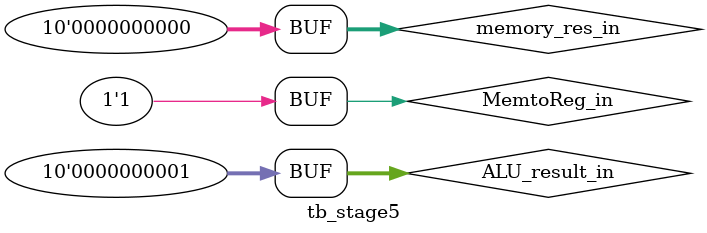
<source format=v>
module stage5(
    output wire [9:0] MemOrALU_MUX_out,
    output reg [9:0] FinalResult,
    input wire [9:0] memory_res_in, ALU_result_in,
    input wire  MemtoReg_in, clk, PC_en_out
    );
     
    mux2x1_10 MemOrALU_MUX(.mout(MemOrALU_MUX_out), .A(ALU_result_in), .B(memory_res_in), .SW(MemtoReg_in));
    
    always @(negedge clk) begin 
    
        if (PC_en_out == 1) begin 
            FinalResult = MemOrALU_MUX_out;
        end
    
    end
    
endmodule

module tb_stage5();
   wire [9:0] MemOrALU_MUX_out;
   reg [9:0] memory_res_in, ALU_result_in;
   reg MemtoReg_in;

    stage5 SUT (.MemOrALU_MUX_out(MemOrALU_MUX_out), .memory_res_in(memory_res_in), .ALU_result_in(ALU_result_in), .MemtoReg_in(MemtoReg_in));

   parameter PERIOD = 10;
   
   initial begin 
      memory_res_in=10'b0000000000; ALU_result_in=10'b0000000001; MemtoReg_in=1'b0; #PERIOD;
      MemtoReg_in=1'b1;                                                             #PERIOD;
   end
    


endmodule

</source>
